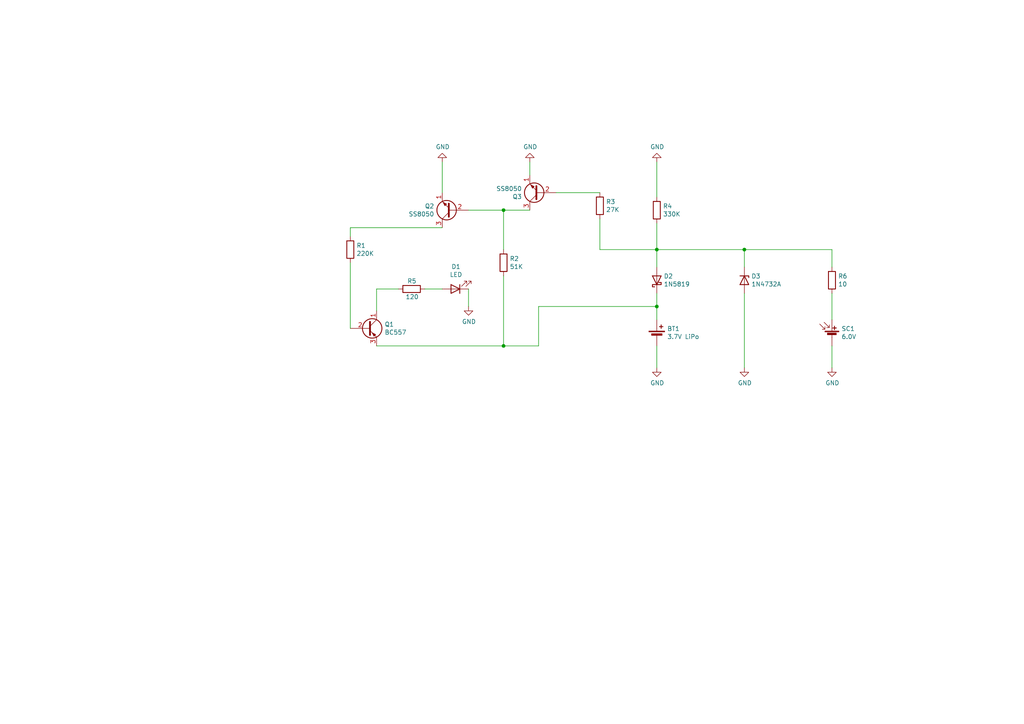
<source format=kicad_sch>
(kicad_sch (version 20230121) (generator eeschema)
  (paper "A4")
  (title_block (title "Lipo Solar Garden Light") (date "2021-12-26") (rev "1.4"))
  (lib_symbols
    (symbol "Device:Battery_Cell" (pin_numbers hide) (pin_names (offset 0) hide)
      (property "Reference" "BT" (at 2.54 2.54 0))
      (property "Value" "Battery_Cell" (at 2.54 0 0))
      (symbol "Battery_Cell_0_1"
        (rectangle (start -2.286 1.778) (end 2.286 1.524) (fill (type outline)))
        (rectangle (start -1.524 1.016) (end 1.524 0.508) (fill (type outline)))
        (polyline (pts (xy 0 0.762) (xy 0 0)))
        (polyline (pts (xy 0 1.778) (xy 0 2.54)))
        (polyline (pts (xy 0.762 3.048) (xy 1.778 3.048)) (stroke (width 0.254)))
        (polyline (pts (xy 1.27 3.556) (xy 1.27 2.54)) (stroke (width 0.254)))
      )
      (symbol "Battery_Cell_1_1"
        (pin passive line (at 0 5.08 270) (length 2.54) (name "+") (number "1"))
        (pin passive line (at 0 -2.54 90) (length 2.54) (name "-") (number "2"))
      )
    )
    (symbol "Device:LED" (pin_numbers hide) (pin_names (offset 1.016) hide)
      (property "Reference" "D" (at 0 2.54 0))
      (property "Value" "LED" (at 0 -2.54 0))
      (symbol "LED_0_1"
        (polyline (pts (xy -1.27 -1.27) (xy -1.27 1.27)) (stroke (width 0.254)))
        (polyline (pts (xy -1.27 0) (xy 1.27 0)))
        (polyline (pts (xy 1.27 -1.27) (xy 1.27 1.27) (xy -1.27 0) (xy 1.27 -1.27)) (stroke (width 0.254)))
        (polyline (pts (xy -3.048 -0.762) (xy -4.572 -2.286) (xy -3.81 -2.286) (xy -4.572 -2.286) (xy -4.572 -1.524)))
        (polyline (pts (xy -1.778 -0.762) (xy -3.302 -2.286) (xy -2.54 -2.286) (xy -3.302 -2.286) (xy -3.302 -1.524)))
      )
      (symbol "LED_1_1"
        (pin passive line (at -3.81 0 0) (length 2.54) (name "K") (number "1"))
        (pin passive line (at 3.81 0 180) (length 2.54) (name "A") (number "2"))
      )
    )
    (symbol "Device:R" (pin_numbers hide) (pin_names (offset 0))
      (property "Reference" "R" (at 2.032 0 90))
      (property "Value" "R" (at 0 0 90))
      (symbol "R_0_1"
        (rectangle (start -1.016 -2.54) (end 1.016 2.54) (stroke (width 0.254)))
      )
      (symbol "R_1_1"
        (pin passive line (at 0 3.81 270) (length 1.27) (name "~") (number "1"))
        (pin passive line (at 0 -3.81 90) (length 1.27) (name "~") (number "2"))
      )
    )
    (symbol "Device:Solar_Cell" (pin_numbers hide) (pin_names (offset 0) hide)
      (property "Reference" "SC" (at 2.54 2.54 0))
      (property "Value" "Solar_Cell" (at 2.54 0 0))
      (symbol "Solar_Cell_0_1"
        (rectangle (start -2.032 1.778) (end 2.032 1.524) (fill (type outline)))
        (rectangle (start -1.3208 1.1938) (end 1.27 0.6858) (fill (type outline)))
        (polyline (pts (xy -2.032 2.286) (xy -3.556 3.81)))
        (polyline (pts (xy -0.762 2.794) (xy -2.286 4.318)))
        (polyline (pts (xy 0 0.762) (xy 0 0)))
        (polyline (pts (xy 0 1.778) (xy 0 2.54)))
        (polyline (pts (xy 0.254 2.667) (xy 1.27 2.667)) (stroke (width 0.254)))
        (polyline (pts (xy 0.762 3.175) (xy 0.762 2.159)) (stroke (width 0.254)))
        (polyline (pts (xy -2.032 3.048) (xy -2.032 2.286) (xy -2.794 2.286)))
        (polyline (pts (xy -0.762 3.556) (xy -0.762 2.794) (xy -1.524 2.794)))
      )
      (symbol "Solar_Cell_1_1"
        (pin passive line (at 0 5.08 270) (length 2.54) (name "+") (number "1"))
        (pin passive line (at 0 -2.54 90) (length 2.54) (name "-") (number "2"))
      )
    )
    (symbol "Diode:1N47xxA" (pin_numbers hide) (pin_names hide)
      (property "Reference" "D" (at 0 2.54 0))
      (property "Value" "1N47xxA" (at 0 -2.54 0))
      (symbol "1N47xxA_0_1"
        (polyline (pts (xy 1.27 0) (xy -1.27 0)))
        (polyline (pts (xy -1.27 -1.27) (xy -1.27 1.27) (xy -0.762 1.27)) (stroke (width 0.254)))
        (polyline (pts (xy 1.27 -1.27) (xy 1.27 1.27) (xy -1.27 0) (xy 1.27 -1.27)) (stroke (width 0.254)))
      )
      (symbol "1N47xxA_1_1"
        (pin passive line (at -3.81 0 0) (length 2.54) (name "K") (number "1"))
        (pin passive line (at 3.81 0 180) (length 2.54) (name "A") (number "2"))
      )
    )
    (symbol "Diode:1N5819" (pin_numbers hide) (pin_names (offset 1.016) hide)
      (property "Reference" "D" (at 0 2.54 0))
      (property "Value" "1N5819" (at 0 -2.54 0))
      (symbol "1N5819_0_1"
        (polyline (pts (xy 1.27 0) (xy -1.27 0)))
        (polyline (pts (xy 1.27 1.27) (xy 1.27 -1.27) (xy -1.27 0) (xy 1.27 1.27)) (stroke (width 0.254)))
        (polyline (pts (xy -1.905 0.635) (xy -1.905 1.27) (xy -1.27 1.27) (xy -1.27 -1.27) (xy -0.635 -1.27) (xy -0.635 -0.635)) (stroke (width 0.254)))
      )
      (symbol "1N5819_1_1"
        (pin passive line (at -3.81 0 0) (length 2.54) (name "K") (number "1"))
        (pin passive line (at 3.81 0 180) (length 2.54) (name "A") (number "2"))
      )
    )
    (symbol "Transistor_BJT:BC557" (pin_names (offset 0) hide)
      (property "Reference" "Q" (at 5.08 1.905 0))
      (property "Value" "BC557" (at 5.08 0 0))
      (symbol "BC557_0_1"
        (polyline (pts (xy 0.635 0.635) (xy 2.54 2.54)))
        (polyline (pts (xy 0.635 -0.635) (xy 2.54 -2.54) (xy 2.54 -2.54)))
        (polyline (pts (xy 0.635 1.905) (xy 0.635 -1.905) (xy 0.635 -1.905)) (stroke (width 0.508)))
        (polyline (pts (xy 2.286 -1.778) (xy 1.778 -2.286) (xy 1.27 -1.27) (xy 2.286 -1.778) (xy 2.286 -1.778)) (fill (type outline)))
        (circle (center 1.27 0) (radius 2.8194) (stroke (width 0.254)))
      )
      (symbol "BC557_1_1"
        (pin passive line (at 2.54 5.08 270) (length 2.54) (name "C") (number "1"))
        (pin input line (at -5.08 0 0) (length 5.715) (name "B") (number "2"))
        (pin passive line (at 2.54 -5.08 90) (length 2.54) (name "E") (number "3"))
      )
    )
    (symbol "lipoGardenLight-rescue:SS8050-custom" (pin_names (offset 0) hide)
      (property "Reference" "Q" (at 5.08 1.905 0))
      (property "Value" "SS8050-custom" (at 5.08 0 0))
      (symbol "SS8050-custom_0_1"
        (polyline (pts (xy 0 0) (xy 0.635 0)))
        (polyline (pts (xy 0.635 0.635) (xy 2.54 2.54)))
        (polyline (pts (xy 0.635 -0.635) (xy 2.54 -2.54) (xy 2.54 -2.54)))
        (polyline (pts (xy 0.635 1.905) (xy 0.635 -1.905) (xy 0.635 -1.905)) (stroke (width 0.508)))
        (polyline (pts (xy 1.27 -1.778) (xy 1.778 -1.27) (xy 2.286 -2.286) (xy 1.27 -1.778) (xy 1.27 -1.778)) (fill (type outline)))
        (circle (center 1.27 0) (radius 2.8194) (stroke (width 0.254)))
      )
      (symbol "SS8050-custom_1_1"
        (pin passive line (at 2.54 -5.08 90) (length 2.54) (name "E") (number "1"))
        (pin input line (at -5.08 0 0) (length 5.08) (name "B") (number "2"))
        (pin passive line (at 2.54 5.08 270) (length 2.54) (name "C") (number "3"))
      )
    )
    (symbol "power:GND" (power) (pin_names (offset 0))
      (property "Value" "GND" (at 0 -3.81 0))
      (symbol "GND_0_1"
        (polyline (pts (xy 0 0) (xy 0 -1.27) (xy 1.27 -1.27) (xy 0 -2.54) (xy -1.27 -1.27) (xy 0 -1.27)))
      )
      (symbol "GND_1_1"
        (pin power_in line (at 0 0 270) (length 0) hide (name "GND") (number "1"))
      )
    )
  )
  (junction (at 146.05 100.33))
  (junction (at 215.9 72.39))
  (junction (at 190.5 88.9))
  (junction (at 146.05 60.96))
  (junction (at 190.5 72.39))
  (wire (pts (xy 146.05 80.01) (xy 146.05 100.33)))
  (wire (pts (xy 173.99 63.5) (xy 173.99 72.39)))
  (wire (pts (xy 190.5 72.39) (xy 215.9 72.39)))
  (wire (pts (xy 156.21 100.33) (xy 156.21 88.9)))
  (wire (pts (xy 173.99 72.39) (xy 190.5 72.39)))
  (wire (pts (xy 101.6 76.2) (xy 101.6 95.25)))
  (wire (pts (xy 241.3 100.33) (xy 241.3 106.68)))
  (wire (pts (xy 190.5 85.09) (xy 190.5 88.9)))
  (wire (pts (xy 190.5 64.77) (xy 190.5 72.39)))
  (wire (pts (xy 146.05 100.33) (xy 156.21 100.33)))
  (wire (pts (xy 128.27 66.04) (xy 101.6 66.04)))
  (wire (pts (xy 161.29 55.88) (xy 173.99 55.88)))
  (wire (pts (xy 156.21 88.9) (xy 190.5 88.9)))
  (wire (pts (xy 135.89 83.82) (xy 135.89 88.9)))
  (wire (pts (xy 215.9 85.09) (xy 215.9 106.68)))
  (wire (pts (xy 146.05 60.96) (xy 153.67 60.96)))
  (wire (pts (xy 190.5 72.39) (xy 190.5 77.47)))
  (wire (pts (xy 153.67 46.99) (xy 153.67 50.8)))
  (wire (pts (xy 190.5 88.9) (xy 190.5 92.71)))
  (wire (pts (xy 190.5 100.33) (xy 190.5 106.68)))
  (wire (pts (xy 135.89 60.96) (xy 146.05 60.96)))
  (wire (pts (xy 241.3 72.39) (xy 241.3 77.47)))
  (wire (pts (xy 123.19 83.82) (xy 128.27 83.82)))
  (wire (pts (xy 190.5 46.99) (xy 190.5 57.15)))
  (wire (pts (xy 241.3 85.09) (xy 241.3 92.71)))
  (wire (pts (xy 215.9 72.39) (xy 241.3 72.39)))
  (wire (pts (xy 101.6 66.04) (xy 101.6 68.58)))
  (wire (pts (xy 109.22 83.82) (xy 115.57 83.82)))
  (wire (pts (xy 146.05 72.39) (xy 146.05 60.96)))
  (wire (pts (xy 215.9 72.39) (xy 215.9 77.47)))
  (wire (pts (xy 109.22 100.33) (xy 146.05 100.33)))
  (wire (pts (xy 109.22 83.82) (xy 109.22 90.17)))
  (wire (pts (xy 128.27 55.88) (xy 128.27 46.99)))
  (symbol (lib_id "Device:Solar_Cell") (at 241.3 97.79 0) (unit 1)
    (property "Reference" "SC1" (at 244.0432 95.3516 0) (effects (justify left)))
    (property "Value" "6.0V" (at 244.0432 97.663 0) (effects (justify left)))
    (property "Footprint" "Connector_Wago:Wago_734-132_1x02_P3.50mm_Vertical" (effects hide))
  )
  (symbol (lib_id "Device:Battery_Cell") (at 190.5 97.79 0) (unit 1)
    (property "Reference" "BT1" (at 193.4972 95.3516 0) (effects (justify left)))
    (property "Value" "3.7V LiPo" (at 193.4972 97.663 0) (effects (justify left)))
    (property "Footprint" "Connector_JST:JST_PH_B2B-PH-K_1x02_P2.00mm_Vertical" (effects hide))
  )
  (symbol (lib_id "power:GND") (at 135.89 88.9 0) (unit 1)
    (property "Reference" "#PWR0101" (effects hide))
    (property "Value" "GND" (at 136.017 93.2942 0))
  )
  (symbol (lib_id "Diode:1N5819") (at 190.5 81.28 90) (unit 1)
    (property "Reference" "D2" (at 192.5066 80.1116 90) (effects (justify right)))
    (property "Value" "1N5819" (at 192.5066 82.423 90) (effects (justify right)))
    (property "Footprint" "Diode_THT:D_DO-41_SOD81_P12.70mm_Horizontal" (effects hide))
    (property "Datasheet" "http://www.vishay.com/docs/88525/1n5817.pdf" (effects hide))
  )
  (symbol (lib_id "Device:R") (at 101.6 72.39 0) (unit 1)
    (property "Reference" "R1" (at 103.378 71.2216 0) (effects (justify left)))
    (property "Value" "220K" (at 103.378 73.533 0) (effects (justify left)))
    (property "Footprint" "Resistor_THT:R_Axial_DIN0309_L9.0mm_D3.2mm_P12.70mm_Horizontal" (effects hide))
  )
  (symbol (lib_id "power:GND") (at 128.27 46.99 0) (mirror x) (unit 1)
    (property "Reference" "#PWR01" (effects hide))
    (property "Value" "GND" (at 128.397 42.5958 0))
  )
  (symbol (lib_id "power:GND") (at 153.67 46.99 0) (mirror x) (unit 1)
    (property "Reference" "#PWR02" (effects hide))
    (property "Value" "GND" (at 153.797 42.5958 0))
  )
  (symbol (lib_id "Device:R") (at 190.5 60.96 0) (unit 1)
    (property "Reference" "R4" (at 192.278 59.7916 0) (effects (justify left)))
    (property "Value" "330K" (at 192.278 62.103 0) (effects (justify left)))
    (property "Footprint" "Resistor_THT:R_Axial_DIN0309_L9.0mm_D3.2mm_P12.70mm_Horizontal" (effects hide))
  )
  (symbol (lib_id "power:GND") (at 190.5 106.68 0) (unit 1)
    (property "Reference" "#PWR04" (effects hide))
    (property "Value" "GND" (at 190.627 111.0742 0))
  )
  (symbol (lib_id "power:GND") (at 241.3 106.68 0) (unit 1)
    (property "Reference" "#PWR05" (effects hide))
    (property "Value" "GND" (at 241.427 111.0742 0))
  )
  (symbol (lib_id "power:GND") (at 190.5 46.99 0) (mirror x) (unit 1)
    (property "Reference" "#PWR03" (effects hide))
    (property "Value" "GND" (at 190.627 42.5958 0))
  )
  (symbol (lib_id "Device:R") (at 173.99 59.69 0) (unit 1)
    (property "Reference" "R3" (at 175.768 58.5216 0) (effects (justify left)))
    (property "Value" "27K" (at 175.768 60.833 0) (effects (justify left)))
    (property "Footprint" "Resistor_THT:R_Axial_DIN0309_L9.0mm_D3.2mm_P12.70mm_Horizontal" (effects hide))
  )
  (symbol (lib_id "Device:LED") (at 132.08 83.82 180) (unit 1)
    (property "Reference" "D1" (at 132.2578 77.343 0))
    (property "Value" "LED" (at 132.2578 79.6544 0))
    (property "Footprint" "Connector_Wago:Wago_734-132_1x02_P3.50mm_Vertical" (effects hide))
  )
  (symbol (lib_id "Device:R") (at 146.05 76.2 0) (unit 1)
    (property "Reference" "R2" (at 147.828 75.0316 0) (effects (justify left)))
    (property "Value" "51K" (at 147.828 77.343 0) (effects (justify left)))
    (property "Footprint" "Resistor_THT:R_Axial_DIN0309_L9.0mm_D3.2mm_P12.70mm_Horizontal" (effects hide))
  )
  (symbol (lib_id "Device:R") (at 119.38 83.82 270) (unit 1)
    (property "Reference" "R5" (at 118.11 81.534 90) (effects (justify left)))
    (property "Value" "120" (at 117.602 86.106 90) (effects (justify left)))
    (property "Footprint" "Resistor_THT:R_Axial_DIN0309_L9.0mm_D3.2mm_P12.70mm_Horizontal" (effects hide))
  )
  (symbol (lib_id "lipoGardenLight-rescue:SS8050-custom") (at 130.81 60.96 180) (unit 1)
    (property "Reference" "Q2" (at 125.9586 59.7916 0) (effects (justify left)))
    (property "Value" "SS8050" (at 125.9586 62.103 0) (effects (justify left)))
    (property "Footprint" "Package_TO_SOT_THT:TO-92_Wide" (effects hide))
    (property "Datasheet" "https://datasheet.octopart.com/SS8050DTA-ON-Semiconductor-datasheet-100437404.pdf" (effects hide))
  )
  (symbol (lib_id "lipoGardenLight-rescue:SS8050-custom") (at 156.21 55.88 180) (unit 1)
    (property "Reference" "Q3" (at 151.384 57.0484 0) (effects (justify left)))
    (property "Value" "SS8050" (at 151.384 54.737 0) (effects (justify left)))
    (property "Footprint" "Package_TO_SOT_THT:TO-92_Wide" (effects hide))
    (property "Datasheet" "https://datasheet.octopart.com/SS8050DTA-ON-Semiconductor-datasheet-100437404.pdf" (effects hide))
  )
  (symbol (lib_id "Transistor_BJT:BC557") (at 106.68 95.25 0) (unit 1)
    (property "Reference" "Q1" (at 111.5314 94.0816 0) (effects (justify left)))
    (property "Value" "BC557" (at 111.5314 96.393 0) (effects (justify left)))
    (property "Footprint" "Package_TO_SOT_THT:TO-92_Wide" (effects hide))
    (property "Datasheet" "http://www.fairchildsemi.com/ds/BC/BC557.pdf" (effects hide))
  )
  (symbol (lib_id "Device:R") (at 241.3 81.28 0) (unit 1)
    (property "Reference" "R6" (at 243.078 80.1116 0) (effects (justify left)))
    (property "Value" "10" (at 243.078 82.423 0) (effects (justify left)))
    (property "Footprint" "Resistor_THT:R_Axial_DIN0309_L9.0mm_D3.2mm_P12.70mm_Horizontal" (effects hide))
  )
  (symbol (lib_id "power:GND") (at 215.9 106.68 0) (unit 1)
    (property "Reference" "#PWR0102" (effects hide))
    (property "Value" "GND" (at 216.027 111.0742 0))
  )
  (symbol (lib_id "Diode:1N47xxA") (at 215.9 81.28 270) (unit 1)
    (property "Reference" "D3" (at 217.9066 80.1116 90) (effects (justify left)))
    (property "Value" "1N4732A" (at 217.9066 82.423 90) (effects (justify left)))
    (property "Footprint" "Diode_THT:D_DO-41_SOD81_P12.70mm_Horizontal" (effects hide))
    (property "Datasheet" "https://www.vishay.com/docs/85816/1n4728a.pdf" (effects hide))
  )
)
</source>
